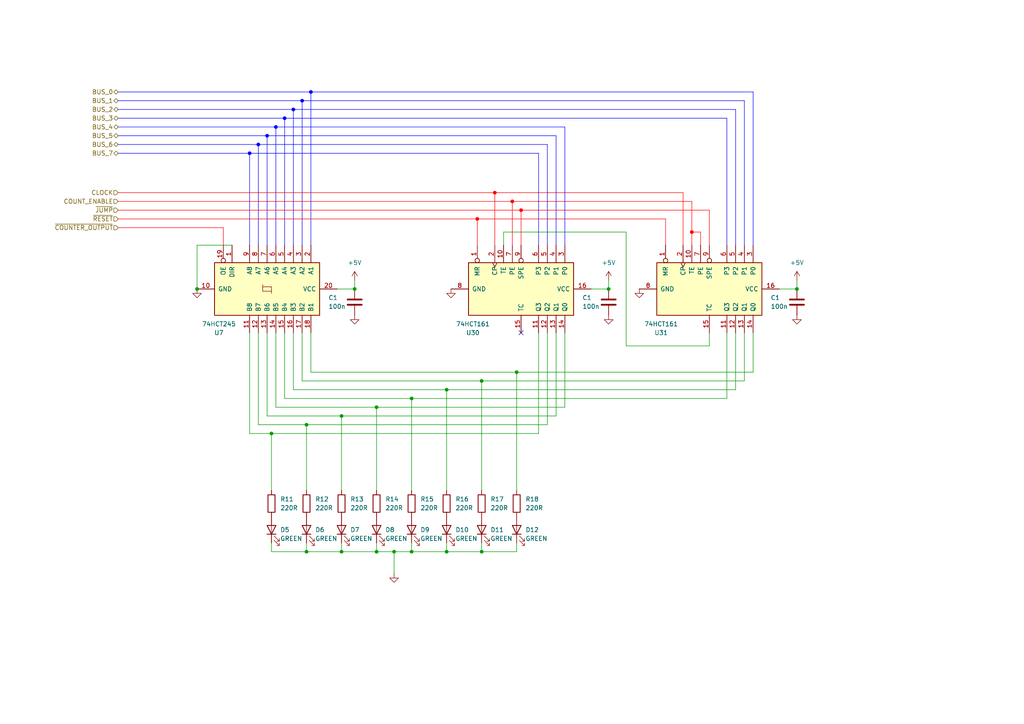
<source format=kicad_sch>
(kicad_sch (version 20230121) (generator eeschema)
  (paper "A4")
  (title_block (title "8-bit CPU") (date "2023-11-28") (rev "1.0") (company "TBR Designs"))
  (lib_symbols
    (symbol "01_my_library:74HCT161" (pin_names (offset 1.016))
      (property "Reference" "U" (at -7.62 16.51 0))
      (property "Value" "74HCT161" (at -6.35 -16.51 0))
      (symbol "74HCT161_1_0"
        (pin input inverted (at -12.7 -12.7 0) (length 5.08) (name "MR") (number "1"))
        (pin input line (at -12.7 -5.08 0) (length 5.08) (name "TE") (number "10"))
        (pin output line (at 12.7 5.08 180) (length 5.08) (name "Q3") (number "11"))
        (pin output line (at 12.7 7.62 180) (length 5.08) (name "Q2") (number "12"))
        (pin output line (at 12.7 10.16 180) (length 5.08) (name "Q1") (number "13"))
        (pin output line (at 12.7 12.7 180) (length 5.08) (name "Q0") (number "14"))
        (pin output line (at 12.7 0 180) (length 5.08) (name "TC") (number "15"))
        (pin power_in line (at 0 20.32 270) (length 5.08) (name "VCC") (number "16"))
        (pin input clock (at -12.7 -7.62 0) (length 5.08) (name "CP") (number "2"))
        (pin input line (at -12.7 12.7 0) (length 5.08) (name "P0") (number "3"))
        (pin input line (at -12.7 10.16 0) (length 5.08) (name "P1") (number "4"))
        (pin input line (at -12.7 7.62 0) (length 5.08) (name "P2") (number "5"))
        (pin input line (at -12.7 5.08 0) (length 5.08) (name "P3") (number "6"))
        (pin input line (at -12.7 -2.54 0) (length 5.08) (name "PE") (number "7"))
        (pin power_in line (at 0 -20.32 90) (length 5.08) (name "GND") (number "8"))
        (pin input inverted (at -12.7 0 0) (length 5.08) (name "SPE") (number "9"))
      )
      (symbol "74HCT161_1_1"
        (rectangle (start -7.62 15.24) (end 7.62 -15.24) (stroke (width 0.254)) (fill (type background)))
      )
    )
    (symbol "01_my_library:74HCT245" (pin_names (offset 1.016))
      (property "Reference" "U" (at -7.62 16.51 0))
      (property "Value" "74HCT245" (at -7.62 -17.78 0))
      (symbol "74HCT245_1_0"
        (polyline (pts (xy -0.635 -1.27) (xy -0.635 1.27) (xy 0.635 1.27)))
        (polyline (pts (xy -1.27 -1.27) (xy 0.635 -1.27) (xy 0.635 1.27) (xy 1.27 1.27)))
        (pin input line (at -12.7 -10.16 0) (length 5.08) (name "DIR") (number "1"))
        (pin power_in line (at 0 -20.32 90) (length 5.08) (name "GND") (number "10"))
        (pin tri_state line (at 12.7 -5.08 180) (length 5.08) (name "B8") (number "11"))
        (pin tri_state line (at 12.7 -2.54 180) (length 5.08) (name "B7") (number "12"))
        (pin tri_state line (at 12.7 0 180) (length 5.08) (name "B6") (number "13"))
        (pin tri_state line (at 12.7 2.54 180) (length 5.08) (name "B5") (number "14"))
        (pin tri_state line (at 12.7 5.08 180) (length 5.08) (name "B4") (number "15"))
        (pin tri_state line (at 12.7 7.62 180) (length 5.08) (name "B3") (number "16"))
        (pin tri_state line (at 12.7 10.16 180) (length 5.08) (name "B2") (number "17"))
        (pin tri_state line (at 12.7 12.7 180) (length 5.08) (name "B1") (number "18"))
        (pin input inverted (at -12.7 -12.7 0) (length 5.08) (name "OE") (number "19"))
        (pin tri_state line (at -12.7 12.7 0) (length 5.08) (name "A1") (number "2"))
        (pin power_in line (at 0 20.32 270) (length 5.08) (name "VCC") (number "20"))
        (pin tri_state line (at -12.7 10.16 0) (length 5.08) (name "A2") (number "3"))
        (pin tri_state line (at -12.7 7.62 0) (length 5.08) (name "A3") (number "4"))
        (pin tri_state line (at -12.7 5.08 0) (length 5.08) (name "A4") (number "5"))
        (pin tri_state line (at -12.7 2.54 0) (length 5.08) (name "A5") (number "6"))
        (pin tri_state line (at -12.7 0 0) (length 5.08) (name "A6") (number "7"))
        (pin tri_state line (at -12.7 -2.54 0) (length 5.08) (name "A7") (number "8"))
        (pin tri_state line (at -12.7 -5.08 0) (length 5.08) (name "A8") (number "9"))
      )
      (symbol "74HCT245_1_1"
        (rectangle (start -7.62 15.24) (end 7.62 -15.24) (stroke (width 0.254)) (fill (type background)))
      )
    )
    (symbol "Device:C" (pin_numbers hide) (pin_names (offset 0.254))
      (property "Reference" "C" (at 0.635 2.54 0))
      (property "Value" "C" (at 0.635 -2.54 0))
      (symbol "C_0_1"
        (polyline (pts (xy -2.032 -0.762) (xy 2.032 -0.762)) (stroke (width 0.508)))
        (polyline (pts (xy -2.032 0.762) (xy 2.032 0.762)) (stroke (width 0.508)))
      )
      (symbol "C_1_1"
        (pin passive line (at 0 3.81 270) (length 2.794) (name "~") (number "1"))
        (pin passive line (at 0 -3.81 90) (length 2.794) (name "~") (number "2"))
      )
    )
    (symbol "Device:LED" (pin_numbers hide) (pin_names (offset 1.016) hide)
      (property "Reference" "D" (at 0 2.54 0))
      (property "Value" "LED" (at 0 -2.54 0))
      (symbol "LED_0_1"
        (polyline (pts (xy -1.27 -1.27) (xy -1.27 1.27)) (stroke (width 0.254)))
        (polyline (pts (xy -1.27 0) (xy 1.27 0)))
        (polyline (pts (xy 1.27 -1.27) (xy 1.27 1.27) (xy -1.27 0) (xy 1.27 -1.27)) (stroke (width 0.254)))
        (polyline (pts (xy -3.048 -0.762) (xy -4.572 -2.286) (xy -3.81 -2.286) (xy -4.572 -2.286) (xy -4.572 -1.524)))
        (polyline (pts (xy -1.778 -0.762) (xy -3.302 -2.286) (xy -2.54 -2.286) (xy -3.302 -2.286) (xy -3.302 -1.524)))
      )
      (symbol "LED_1_1"
        (pin passive line (at -3.81 0 0) (length 2.54) (name "K") (number "1"))
        (pin passive line (at 3.81 0 180) (length 2.54) (name "A") (number "2"))
      )
    )
    (symbol "Device:R" (pin_numbers hide) (pin_names (offset 0))
      (property "Reference" "R" (at 2.032 0 90))
      (property "Value" "R" (at 0 0 90))
      (symbol "R_0_1"
        (rectangle (start -1.016 -2.54) (end 1.016 2.54) (stroke (width 0.254)))
      )
      (symbol "R_1_1"
        (pin passive line (at 0 3.81 270) (length 1.27) (name "~") (number "1"))
        (pin passive line (at 0 -3.81 90) (length 1.27) (name "~") (number "2"))
      )
    )
    (symbol "power:+5V" (power) (pin_names (offset 0))
      (property "Value" "+5V" (at 0 3.556 0))
      (symbol "+5V_0_1"
        (polyline (pts (xy -0.762 1.27) (xy 0 2.54)))
        (polyline (pts (xy 0 0) (xy 0 2.54)))
        (polyline (pts (xy 0 2.54) (xy 0.762 1.27)))
      )
      (symbol "+5V_1_1"
        (pin power_in line (at 0 0 90) (length 0) hide (name "+5V") (number "1"))
      )
    )
    (symbol "power:GND" (power) (pin_names (offset 0))
      (property "Value" "GND" (at 0 -3.81 0))
      (symbol "GND_0_1"
        (polyline (pts (xy 0 0) (xy 0 -1.27) (xy 1.27 -1.27) (xy 0 -2.54) (xy -1.27 -1.27) (xy 0 -1.27)))
      )
      (symbol "GND_1_1"
        (pin power_in line (at 0 0 270) (length 0) hide (name "GND") (number "1"))
      )
    )
  )
  (junction (at 88.9 160.02))
  (junction (at 138.43 63.5) (color 255 0 0 1))
  (junction (at 90.17 26.67) (color 0 0 255 1))
  (junction (at 143.51 55.88) (color 255 0 0 1))
  (junction (at 72.39 44.45) (color 0 0 255 1))
  (junction (at 231.14 83.82))
  (junction (at 148.59 58.42) (color 255 0 0 1))
  (junction (at 99.06 160.02))
  (junction (at 82.55 34.29) (color 0 0 255 1))
  (junction (at 99.06 120.65))
  (junction (at 129.54 113.03))
  (junction (at 119.38 160.02))
  (junction (at 77.47 39.37) (color 0 0 255 1))
  (junction (at 88.9 123.19))
  (junction (at 109.22 118.11))
  (junction (at 80.01 36.83) (color 0 0 255 1))
  (junction (at 200.66 67.31) (color 255 0 0 1))
  (junction (at 74.93 41.91) (color 0 0 255 1))
  (junction (at 151.13 60.96) (color 255 0 0 1))
  (junction (at 57.15 83.82))
  (junction (at 78.74 125.73))
  (junction (at 102.87 83.82))
  (junction (at 85.09 31.75) (color 0 0 255 1))
  (junction (at 176.53 83.82))
  (junction (at 139.7 110.49))
  (junction (at 119.38 115.57))
  (junction (at 139.7 160.02))
  (junction (at 129.54 160.02))
  (junction (at 109.22 160.02))
  (junction (at 114.3 160.02))
  (junction (at 87.63 29.21) (color 0 0 255 1))
  (junction (at 149.86 107.95))
  (no_connect (at 151.13 96.52))
  (wire (pts (xy 231.14 81.28) (xy 231.14 83.82)))
  (wire (pts (xy 34.29 36.83) (xy 80.01 36.83)) (stroke (width 0) (color 0 0 255 1)))
  (wire (pts (xy 129.54 113.03) (xy 213.36 113.03)))
  (wire (pts (xy 82.55 96.52) (xy 82.55 115.57)))
  (wire (pts (xy 213.36 31.75) (xy 85.09 31.75)) (stroke (width 0) (color 0 0 255 1)))
  (wire (pts (xy 138.43 63.5) (xy 138.43 71.12)) (stroke (width 0) (color 255 0 0 1)))
  (wire (pts (xy 215.9 71.12) (xy 215.9 29.21)) (stroke (width 0) (color 0 0 255 1)))
  (wire (pts (xy 34.29 39.37) (xy 77.47 39.37)) (stroke (width 0) (color 0 0 255 1)))
  (wire (pts (xy 90.17 107.95) (xy 149.86 107.95)))
  (wire (pts (xy 109.22 118.11) (xy 109.22 142.24)))
  (wire (pts (xy 114.3 160.02) (xy 119.38 160.02)))
  (wire (pts (xy 77.47 39.37) (xy 77.47 71.12)) (stroke (width 0) (color 0 0 255 1)))
  (wire (pts (xy 158.75 71.12) (xy 158.75 41.91)) (stroke (width 0) (color 0 0 255 1)))
  (wire (pts (xy 88.9 160.02) (xy 88.9 157.48)))
  (wire (pts (xy 198.12 71.12) (xy 198.12 55.88)) (stroke (width 0) (color 255 0 0 1)))
  (wire (pts (xy 78.74 125.73) (xy 72.39 125.73)))
  (wire (pts (xy 85.09 96.52) (xy 85.09 113.03)))
  (wire (pts (xy 139.7 110.49) (xy 215.9 110.49)))
  (wire (pts (xy 200.66 67.31) (xy 200.66 71.12)) (stroke (width 0) (color 255 0 0 1)))
  (wire (pts (xy 161.29 39.37) (xy 77.47 39.37)) (stroke (width 0) (color 0 0 255 1)))
  (wire (pts (xy 64.77 66.04) (xy 64.77 71.12)) (stroke (width 0) (color 255 0 0 1)))
  (wire (pts (xy 205.74 60.96) (xy 151.13 60.96)) (stroke (width 0) (color 255 0 0 1)))
  (wire (pts (xy 34.29 31.75) (xy 85.09 31.75)) (stroke (width 0) (color 0 0 255 1)))
  (wire (pts (xy 181.61 67.31) (xy 181.61 100.33)))
  (wire (pts (xy 193.04 71.12) (xy 193.04 63.5)) (stroke (width 0) (color 255 0 0 1)))
  (wire (pts (xy 82.55 115.57) (xy 119.38 115.57)))
  (wire (pts (xy 87.63 110.49) (xy 139.7 110.49)))
  (wire (pts (xy 205.74 100.33) (xy 205.74 96.52)))
  (wire (pts (xy 139.7 160.02) (xy 139.7 157.48)))
  (wire (pts (xy 171.45 83.82) (xy 176.53 83.82)))
  (wire (pts (xy 114.3 166.37) (xy 114.3 160.02)))
  (wire (pts (xy 215.9 96.52) (xy 215.9 110.49)))
  (wire (pts (xy 203.2 67.31) (xy 200.66 67.31)) (stroke (width 0) (color 255 0 0 1)))
  (wire (pts (xy 151.13 60.96) (xy 34.29 60.96)) (stroke (width 0) (color 255 0 0 1)))
  (wire (pts (xy 213.36 71.12) (xy 213.36 31.75)) (stroke (width 0) (color 0 0 255 1)))
  (wire (pts (xy 102.87 81.28) (xy 102.87 83.82)))
  (wire (pts (xy 87.63 110.49) (xy 87.63 96.52)))
  (wire (pts (xy 200.66 67.31) (xy 200.66 58.42)) (stroke (width 0) (color 255 0 0 1)))
  (wire (pts (xy 198.12 55.88) (xy 143.51 55.88)) (stroke (width 0) (color 255 0 0 1)))
  (wire (pts (xy 181.61 100.33) (xy 205.74 100.33)))
  (wire (pts (xy 82.55 34.29) (xy 82.55 71.12)) (stroke (width 0) (color 0 0 255 1)))
  (wire (pts (xy 156.21 96.52) (xy 156.21 125.73)))
  (wire (pts (xy 163.83 96.52) (xy 163.83 118.11)))
  (wire (pts (xy 163.83 36.83) (xy 80.01 36.83)) (stroke (width 0) (color 0 0 255 1)))
  (wire (pts (xy 193.04 63.5) (xy 138.43 63.5)) (stroke (width 0) (color 255 0 0 1)))
  (wire (pts (xy 176.53 81.28) (xy 176.53 83.82)))
  (wire (pts (xy 77.47 120.65) (xy 77.47 96.52)))
  (wire (pts (xy 109.22 118.11) (xy 163.83 118.11)))
  (wire (pts (xy 87.63 29.21) (xy 87.63 71.12)) (stroke (width 0) (color 0 0 255 1)))
  (wire (pts (xy 57.15 71.12) (xy 57.15 83.82)))
  (wire (pts (xy 149.86 107.95) (xy 149.86 142.24)))
  (wire (pts (xy 88.9 123.19) (xy 158.75 123.19)))
  (wire (pts (xy 90.17 26.67) (xy 90.17 71.12)) (stroke (width 0) (color 0 0 255 1)))
  (wire (pts (xy 78.74 160.02) (xy 78.74 157.48)))
  (wire (pts (xy 109.22 160.02) (xy 109.22 157.48)))
  (wire (pts (xy 129.54 160.02) (xy 139.7 160.02)))
  (wire (pts (xy 210.82 34.29) (xy 82.55 34.29)) (stroke (width 0) (color 0 0 255 1)))
  (wire (pts (xy 74.93 41.91) (xy 74.93 71.12)) (stroke (width 0) (color 0 0 255 1)))
  (wire (pts (xy 119.38 160.02) (xy 129.54 160.02)))
  (wire (pts (xy 88.9 123.19) (xy 88.9 142.24)))
  (wire (pts (xy 80.01 118.11) (xy 109.22 118.11)))
  (wire (pts (xy 34.29 26.67) (xy 90.17 26.67)) (stroke (width 0) (color 0 0 255 1)))
  (wire (pts (xy 119.38 115.57) (xy 119.38 142.24)))
  (wire (pts (xy 139.7 160.02) (xy 149.86 160.02)))
  (wire (pts (xy 57.15 71.12) (xy 67.31 71.12)))
  (wire (pts (xy 143.51 55.88) (xy 143.51 71.12)) (stroke (width 0) (color 255 0 0 1)))
  (wire (pts (xy 161.29 71.12) (xy 161.29 39.37)) (stroke (width 0) (color 0 0 255 1)))
  (wire (pts (xy 78.74 125.73) (xy 156.21 125.73)))
  (wire (pts (xy 203.2 71.12) (xy 203.2 67.31)) (stroke (width 0) (color 255 0 0 1)))
  (wire (pts (xy 213.36 113.03) (xy 213.36 96.52)))
  (wire (pts (xy 90.17 96.52) (xy 90.17 107.95)))
  (wire (pts (xy 205.74 71.12) (xy 205.74 60.96)) (stroke (width 0) (color 255 0 0 1)))
  (wire (pts (xy 99.06 120.65) (xy 99.06 142.24)))
  (wire (pts (xy 156.21 44.45) (xy 72.39 44.45)) (stroke (width 0) (color 0 0 255 1)))
  (wire (pts (xy 151.13 71.12) (xy 151.13 60.96)) (stroke (width 0) (color 255 0 0 1)))
  (wire (pts (xy 119.38 160.02) (xy 119.38 157.48)))
  (wire (pts (xy 215.9 29.21) (xy 87.63 29.21)) (stroke (width 0) (color 0 0 255 1)))
  (wire (pts (xy 149.86 107.95) (xy 218.44 107.95)))
  (wire (pts (xy 34.29 41.91) (xy 74.93 41.91)) (stroke (width 0) (color 0 0 255 1)))
  (wire (pts (xy 129.54 113.03) (xy 129.54 142.24)))
  (wire (pts (xy 97.79 83.82) (xy 102.87 83.82)))
  (wire (pts (xy 85.09 31.75) (xy 85.09 71.12)) (stroke (width 0) (color 0 0 255 1)))
  (wire (pts (xy 146.05 71.12) (xy 146.05 67.31)))
  (wire (pts (xy 210.82 71.12) (xy 210.82 34.29)) (stroke (width 0) (color 0 0 255 1)))
  (wire (pts (xy 72.39 44.45) (xy 72.39 71.12)) (stroke (width 0) (color 0 0 255 1)))
  (wire (pts (xy 109.22 160.02) (xy 114.3 160.02)))
  (wire (pts (xy 218.44 26.67) (xy 90.17 26.67)) (stroke (width 0) (color 0 0 255 1)))
  (wire (pts (xy 80.01 118.11) (xy 80.01 96.52)))
  (wire (pts (xy 148.59 58.42) (xy 148.59 71.12)) (stroke (width 0) (color 255 0 0 1)))
  (wire (pts (xy 149.86 160.02) (xy 149.86 157.48)))
  (wire (pts (xy 85.09 113.03) (xy 129.54 113.03)))
  (wire (pts (xy 163.83 71.12) (xy 163.83 36.83)) (stroke (width 0) (color 0 0 255 1)))
  (wire (pts (xy 34.29 63.5) (xy 138.43 63.5)) (stroke (width 0) (color 255 0 0 1)))
  (wire (pts (xy 119.38 115.57) (xy 210.82 115.57)))
  (wire (pts (xy 161.29 96.52) (xy 161.29 120.65)))
  (wire (pts (xy 88.9 160.02) (xy 99.06 160.02)))
  (wire (pts (xy 34.29 55.88) (xy 143.51 55.88)) (stroke (width 0) (color 255 0 0 1)))
  (wire (pts (xy 158.75 96.52) (xy 158.75 123.19)))
  (wire (pts (xy 78.74 125.73) (xy 78.74 142.24)))
  (wire (pts (xy 139.7 110.49) (xy 139.7 142.24)))
  (wire (pts (xy 148.59 58.42) (xy 200.66 58.42)) (stroke (width 0) (color 255 0 0 1)))
  (wire (pts (xy 78.74 160.02) (xy 88.9 160.02)))
  (wire (pts (xy 99.06 120.65) (xy 161.29 120.65)))
  (wire (pts (xy 99.06 160.02) (xy 109.22 160.02)))
  (wire (pts (xy 158.75 41.91) (xy 74.93 41.91)) (stroke (width 0) (color 0 0 255 1)))
  (wire (pts (xy 226.06 83.82) (xy 231.14 83.82)))
  (wire (pts (xy 146.05 67.31) (xy 181.61 67.31)))
  (wire (pts (xy 156.21 71.12) (xy 156.21 44.45)) (stroke (width 0) (color 0 0 255 1)))
  (wire (pts (xy 77.47 120.65) (xy 99.06 120.65)))
  (wire (pts (xy 34.29 34.29) (xy 82.55 34.29)) (stroke (width 0) (color 0 0 255 1)))
  (wire (pts (xy 74.93 123.19) (xy 74.93 96.52)))
  (wire (pts (xy 210.82 115.57) (xy 210.82 96.52)))
  (wire (pts (xy 34.29 44.45) (xy 72.39 44.45)) (stroke (width 0) (color 0 0 255 1)))
  (wire (pts (xy 74.93 123.19) (xy 88.9 123.19)))
  (wire (pts (xy 34.29 29.21) (xy 87.63 29.21)) (stroke (width 0) (color 0 0 255 1)))
  (wire (pts (xy 34.29 58.42) (xy 148.59 58.42)) (stroke (width 0) (color 255 0 0 1)))
  (wire (pts (xy 99.06 160.02) (xy 99.06 157.48)))
  (wire (pts (xy 218.44 107.95) (xy 218.44 96.52)))
  (wire (pts (xy 72.39 125.73) (xy 72.39 96.52)))
  (wire (pts (xy 129.54 160.02) (xy 129.54 157.48)))
  (wire (pts (xy 34.29 66.04) (xy 64.77 66.04)) (stroke (width 0) (color 255 0 0 1)))
  (wire (pts (xy 218.44 71.12) (xy 218.44 26.67)) (stroke (width 0) (color 0 0 255 1)))
  (wire (pts (xy 80.01 36.83) (xy 80.01 71.12)) (stroke (width 0) (color 0 0 255 1)))
  (hierarchical_label "BUS_6" (shape bidirectional) (at 34.29 41.91 180))
  (hierarchical_label "BUS_4" (shape bidirectional) (at 34.29 36.83 180))
  (hierarchical_label "BUS_1" (shape bidirectional) (at 34.29 29.21 180))
  (hierarchical_label "COUNT_ENABLE" (shape input) (at 34.29 58.42 180))
  (hierarchical_label "BUS_2" (shape bidirectional) (at 34.29 31.75 180))
  (hierarchical_label "~{RESET}" (shape input) (at 34.29 63.5 180))
  (hierarchical_label "~{JUMP}" (shape input) (at 34.29 60.96 180))
  (hierarchical_label "BUS_3" (shape bidirectional) (at 34.29 34.29 180))
  (hierarchical_label "~{COUNTER_OUTPUT}" (shape input) (at 34.29 66.04 180))
  (hierarchical_label "CLOCK" (shape input) (at 34.29 55.88 180))
  (hierarchical_label "BUS_0" (shape bidirectional) (at 34.29 26.67 180))
  (hierarchical_label "BUS_5" (shape bidirectional) (at 34.29 39.37 180))
  (hierarchical_label "BUS_7" (shape bidirectional) (at 34.29 44.45 180))
  (symbol (lib_id "Device:R") (at 78.74 146.05 0) (unit 1)
    (property "Reference" "R11" (at 81.28 144.78 0) (effects (justify left)))
    (property "Value" "220R" (at 81.28 147.32 0) (effects (justify left)))
    (property "Footprint" "Resistor_THT:R_Axial_DIN0204_L3.6mm_D1.6mm_P7.62mm_Horizontal" (effects hide))
    (instances (project "8-bit-cpu" (path "" (reference "R11") (unit 1)) (path "" (reference "R19") (unit 1)) (path "" (reference "R43") (unit 1)) (path "" (reference "R88") (unit 1))))
  )
  (symbol (lib_id "01_my_library:74HCT161") (at 151.13 83.82 270) (unit 1)
    (property "Reference" "U30" (at 137.16 96.52 90))
    (property "Value" "74HCT161" (at 137.16 93.98 90))
    (property "Footprint" "Package_DIP:DIP-16_W7.62mm" (effects hide))
    (property "Datasheet" "https://www.ti.com/lit/ds/symlink/cd54hct163.pdf?HQS=dis-mous-null-mousermode-dsf-pf-null-wwe&ts=1702794645288&ref_url=https%253A%252F%252Fwww.mouser.be%252F" (effects hide))
  )
  (symbol (lib_id "power:GND") (at 114.3 166.37 0) (unit 1)
    (property "Reference" "#PWR045" (effects hide))
    (property "Value" "GND" (effects hide))
    (instances (project "8-bit-cpu" (path "" (reference "#PWR045") (unit 1)) (path "" (reference "#PWR051") (unit 1)) (path "" (reference "#PWR074") (unit 1)) (path "" (reference "#PWR0137") (unit 1))))
  )
  (symbol (lib_id "power:+5V") (at 176.53 81.28 0) (unit 1)
    (property "Reference" "#PWR040" (effects hide))
    (property "Value" "+5V" (at 176.53 76.2 0))
    (instances (project "8-bit-cpu" (path "" (reference "#PWR040") (unit 1)) (path "" (reference "#PWR046") (unit 1)) (path "" (reference "#PWR061") (unit 1)) (path "" (reference "#PWR0129") (unit 1))))
  )
  (symbol (lib_id "power:+5V") (at 231.14 81.28 0) (unit 1)
    (property "Reference" "#PWR040" (effects hide))
    (property "Value" "+5V" (at 231.14 76.2 0))
    (instances (project "8-bit-cpu" (path "" (reference "#PWR040") (unit 1)) (path "" (reference "#PWR046") (unit 1)) (path "" (reference "#PWR061") (unit 1)) (path "" (reference "#PWR0130") (unit 1))))
  )
  (symbol (lib_id "Device:C") (at 231.14 87.63 0) (unit 1)
    (property "Reference" "C1" (at 223.52 86.36 0) (effects (justify left)))
    (property "Value" "100n" (at 223.52 88.9 0) (effects (justify left)))
    (property "Footprint" "01_my_library:C_Disc_D4.0mm_W2.6mm_P2.50mm" (effects hide))
    (instances (project "8-bit-cpu" (path "" (reference "C1") (unit 1)) (path "" (reference "C12") (unit 1)) (path "" (reference "C15") (unit 1)) (path "" (reference "C20") (unit 1)) (path "" (reference "C39") (unit 1))))
  )
  (symbol (lib_id "Device:C") (at 102.87 87.63 0) (unit 1)
    (property "Reference" "C1" (at 95.25 86.36 0) (effects (justify left)))
    (property "Value" "100n" (at 95.25 88.9 0) (effects (justify left)))
    (property "Footprint" "01_my_library:C_Disc_D4.0mm_W2.6mm_P2.50mm" (effects hide))
    (instances (project "8-bit-cpu" (path "" (reference "C1") (unit 1)) (path "" (reference "C12") (unit 1)) (path "" (reference "C15") (unit 1)) (path "" (reference "C20") (unit 1)) (path "" (reference "C37") (unit 1))))
  )
  (symbol (lib_id "Device:C") (at 176.53 87.63 0) (unit 1)
    (property "Reference" "C1" (at 168.91 86.36 0) (effects (justify left)))
    (property "Value" "100n" (at 168.91 88.9 0) (effects (justify left)))
    (property "Footprint" "01_my_library:C_Disc_D4.0mm_W2.6mm_P2.50mm" (effects hide))
    (instances (project "8-bit-cpu" (path "" (reference "C1") (unit 1)) (path "" (reference "C12") (unit 1)) (path "" (reference "C15") (unit 1)) (path "" (reference "C20") (unit 1)) (path "" (reference "C38") (unit 1))))
  )
  (symbol (lib_id "power:GND") (at 176.53 91.44 0) (unit 1)
    (property "Reference" "#PWR03" (effects hide))
    (property "Value" "GND" (effects hide))
    (instances (project "8-bit-cpu" (path "" (reference "#PWR03") (unit 1)) (path "" (reference "#PWR039") (unit 1)) (path "" (reference "#PWR047") (unit 1)) (path "" (reference "#PWR067") (unit 1)) (path "" (reference "#PWR0135") (unit 1))))
  )
  (symbol (lib_id "Device:R") (at 99.06 146.05 0) (unit 1)
    (property "Reference" "R13" (at 101.6 144.78 0) (effects (justify left)))
    (property "Value" "220R" (at 101.6 147.32 0) (effects (justify left)))
    (property "Footprint" "Resistor_THT:R_Axial_DIN0204_L3.6mm_D1.6mm_P7.62mm_Horizontal" (effects hide))
    (instances (project "8-bit-cpu" (path "" (reference "R13") (unit 1)) (path "" (reference "R21") (unit 1)) (path "" (reference "R45") (unit 1)) (path "" (reference "R90") (unit 1))))
  )
  (symbol (lib_id "Device:LED") (at 139.7 153.67 90) (unit 1)
    (property "Reference" "D11" (at 142.24 153.67 90) (effects (justify right)))
    (property "Value" "GREEN" (at 142.24 156.21 90) (effects (justify right)))
    (property "Footprint" "LED_THT:LED_D5.0mm" (effects hide))
    (instances (project "8-bit-cpu" (path "" (reference "D11") (unit 1)) (path "" (reference "D19") (unit 1)) (path "" (reference "D35") (unit 1)) (path "" (reference "D62") (unit 1))))
  )
  (symbol (lib_id "Device:LED") (at 88.9 153.67 90) (unit 1)
    (property "Reference" "D6" (at 91.44 153.67 90) (effects (justify right)))
    (property "Value" "GREEN" (at 91.44 156.21 90) (effects (justify right)))
    (property "Footprint" "LED_THT:LED_D5.0mm" (effects hide))
    (instances (project "8-bit-cpu" (path "" (reference "D6") (unit 1)) (path "" (reference "D14") (unit 1)) (path "" (reference "D30") (unit 1)) (path "" (reference "D57") (unit 1))))
  )
  (symbol (lib_id "power:GND") (at 57.15 83.82 0) (unit 1)
    (property "Reference" "#PWR0131" (effects hide))
    (property "Value" "GND" (effects hide))
  )
  (symbol (lib_id "Device:LED") (at 99.06 153.67 90) (unit 1)
    (property "Reference" "D7" (at 101.6 153.67 90) (effects (justify right)))
    (property "Value" "GREEN" (at 101.6 156.21 90) (effects (justify right)))
    (property "Footprint" "LED_THT:LED_D5.0mm" (effects hide))
    (instances (project "8-bit-cpu" (path "" (reference "D7") (unit 1)) (path "" (reference "D15") (unit 1)) (path "" (reference "D31") (unit 1)) (path "" (reference "D58") (unit 1))))
  )
  (symbol (lib_id "01_my_library:74HCT161") (at 205.74 83.82 270) (unit 1)
    (property "Reference" "U31" (at 191.77 96.52 90))
    (property "Value" "74HCT161" (at 191.77 93.98 90))
    (property "Footprint" "Package_DIP:DIP-16_W7.62mm" (effects hide))
    (property "Datasheet" "https://www.ti.com/lit/ds/symlink/cd54hct163.pdf?HQS=dis-mous-null-mousermode-dsf-pf-null-wwe&ts=1702794645288&ref_url=https%253A%252F%252Fwww.mouser.be%252F" (effects hide))
  )
  (symbol (lib_id "power:GND") (at 231.14 91.44 0) (unit 1)
    (property "Reference" "#PWR03" (effects hide))
    (property "Value" "GND" (effects hide))
    (instances (project "8-bit-cpu" (path "" (reference "#PWR03") (unit 1)) (path "" (reference "#PWR039") (unit 1)) (path "" (reference "#PWR047") (unit 1)) (path "" (reference "#PWR067") (unit 1)) (path "" (reference "#PWR0136") (unit 1))))
  )
  (symbol (lib_id "Device:LED") (at 129.54 153.67 90) (unit 1)
    (property "Reference" "D10" (at 132.08 153.67 90) (effects (justify right)))
    (property "Value" "GREEN" (at 132.08 156.21 90) (effects (justify right)))
    (property "Footprint" "LED_THT:LED_D5.0mm" (effects hide))
    (instances (project "8-bit-cpu" (path "" (reference "D10") (unit 1)) (path "" (reference "D18") (unit 1)) (path "" (reference "D34") (unit 1)) (path "" (reference "D61") (unit 1))))
  )
  (symbol (lib_id "power:+5V") (at 102.87 81.28 0) (unit 1)
    (property "Reference" "#PWR040" (effects hide))
    (property "Value" "+5V" (at 102.87 76.2 0))
    (instances (project "8-bit-cpu" (path "" (reference "#PWR040") (unit 1)) (path "" (reference "#PWR046") (unit 1)) (path "" (reference "#PWR061") (unit 1)) (path "" (reference "#PWR0128") (unit 1))))
  )
  (symbol (lib_id "Device:R") (at 88.9 146.05 0) (unit 1)
    (property "Reference" "R12" (at 91.44 144.78 0) (effects (justify left)))
    (property "Value" "220R" (at 91.44 147.32 0) (effects (justify left)))
    (property "Footprint" "Resistor_THT:R_Axial_DIN0204_L3.6mm_D1.6mm_P7.62mm_Horizontal" (effects hide))
    (instances (project "8-bit-cpu" (path "" (reference "R12") (unit 1)) (path "" (reference "R20") (unit 1)) (path "" (reference "R44") (unit 1)) (path "" (reference "R89") (unit 1))))
  )
  (symbol (lib_id "Device:LED") (at 149.86 153.67 90) (unit 1)
    (property "Reference" "D12" (at 152.4 153.67 90) (effects (justify right)))
    (property "Value" "GREEN" (at 152.4 156.21 90) (effects (justify right)))
    (property "Footprint" "LED_THT:LED_D5.0mm" (effects hide))
    (instances (project "8-bit-cpu" (path "" (reference "D12") (unit 1)) (path "" (reference "D20") (unit 1)) (path "" (reference "D36") (unit 1)) (path "" (reference "D63") (unit 1))))
  )
  (symbol (lib_id "Device:LED") (at 109.22 153.67 90) (unit 1)
    (property "Reference" "D8" (at 111.76 153.67 90) (effects (justify right)))
    (property "Value" "GREEN" (at 111.76 156.21 90) (effects (justify right)))
    (property "Footprint" "LED_THT:LED_D5.0mm" (effects hide))
    (instances (project "8-bit-cpu" (path "" (reference "D8") (unit 1)) (path "" (reference "D16") (unit 1)) (path "" (reference "D32") (unit 1)) (path "" (reference "D59") (unit 1))))
  )
  (symbol (lib_id "Device:LED") (at 119.38 153.67 90) (unit 1)
    (property "Reference" "D9" (at 121.92 153.67 90) (effects (justify right)))
    (property "Value" "GREEN" (at 121.92 156.21 90) (effects (justify right)))
    (property "Footprint" "LED_THT:LED_D5.0mm" (effects hide))
    (instances (project "8-bit-cpu" (path "" (reference "D9") (unit 1)) (path "" (reference "D17") (unit 1)) (path "" (reference "D33") (unit 1)) (path "" (reference "D60") (unit 1))))
  )
  (symbol (lib_id "Device:R") (at 149.86 146.05 0) (unit 1)
    (property "Reference" "R18" (at 152.4 144.78 0) (effects (justify left)))
    (property "Value" "220R" (at 152.4 147.32 0) (effects (justify left)))
    (property "Footprint" "Resistor_THT:R_Axial_DIN0204_L3.6mm_D1.6mm_P7.62mm_Horizontal" (effects hide))
    (instances (project "8-bit-cpu" (path "" (reference "R18") (unit 1)) (path "" (reference "R26") (unit 1)) (path "" (reference "R50") (unit 1)) (path "" (reference "R95") (unit 1))))
  )
  (symbol (lib_id "01_my_library:74HCT245") (at 77.47 83.82 270) (unit 1)
    (property "Reference" "U7" (at 63.5 96.52 90))
    (property "Value" "74HCT245" (at 63.5 93.98 90))
    (property "Footprint" "Package_DIP:DIP-20_W7.62mm" (effects hide))
    (property "Datasheet" "https://www.ti.com/lit/ds/symlink/sn74hct245.pdf?ts=1702763405638&ref_url=https%253A%252F%252Fwww.google.com%252F" (effects hide))
    (instances (project "8-bit-cpu" (path "" (reference "U7") (unit 1)) (path "" (reference "U10") (unit 1)) (path "" (reference "U13") (unit 1)) (path "" (reference "U29") (unit 1))))
  )
  (symbol (lib_id "power:GND") (at 130.81 83.82 0) (unit 1)
    (property "Reference" "#PWR0132" (effects hide))
    (property "Value" "GND" (effects hide))
  )
  (symbol (lib_id "Device:R") (at 129.54 146.05 0) (unit 1)
    (property "Reference" "R16" (at 132.08 144.78 0) (effects (justify left)))
    (property "Value" "220R" (at 132.08 147.32 0) (effects (justify left)))
    (property "Footprint" "Resistor_THT:R_Axial_DIN0204_L3.6mm_D1.6mm_P7.62mm_Horizontal" (effects hide))
    (instances (project "8-bit-cpu" (path "" (reference "R16") (unit 1)) (path "" (reference "R24") (unit 1)) (path "" (reference "R48") (unit 1)) (path "" (reference "R93") (unit 1))))
  )
  (symbol (lib_id "Device:LED") (at 78.74 153.67 90) (unit 1)
    (property "Reference" "D5" (at 81.28 153.67 90) (effects (justify right)))
    (property "Value" "GREEN" (at 81.28 156.21 90) (effects (justify right)))
    (property "Footprint" "LED_THT:LED_D5.0mm" (effects hide))
    (instances (project "8-bit-cpu" (path "" (reference "D5") (unit 1)) (path "" (reference "D13") (unit 1)) (path "" (reference "D29") (unit 1)) (path "" (reference "D56") (unit 1))))
  )
  (symbol (lib_id "power:GND") (at 185.42 83.82 0) (unit 1)
    (property "Reference" "#PWR0133" (effects hide))
    (property "Value" "GND" (effects hide))
  )
  (symbol (lib_id "power:GND") (at 102.87 91.44 0) (unit 1)
    (property "Reference" "#PWR03" (effects hide))
    (property "Value" "GND" (effects hide))
    (instances (project "8-bit-cpu" (path "" (reference "#PWR03") (unit 1)) (path "" (reference "#PWR039") (unit 1)) (path "" (reference "#PWR047") (unit 1)) (path "" (reference "#PWR067") (unit 1)) (path "" (reference "#PWR0134") (unit 1))))
  )
  (symbol (lib_id "Device:R") (at 119.38 146.05 0) (unit 1)
    (property "Reference" "R15" (at 121.92 144.78 0) (effects (justify left)))
    (property "Value" "220R" (at 121.92 147.32 0) (effects (justify left)))
    (property "Footprint" "Resistor_THT:R_Axial_DIN0204_L3.6mm_D1.6mm_P7.62mm_Horizontal" (effects hide))
    (instances (project "8-bit-cpu" (path "" (reference "R15") (unit 1)) (path "" (reference "R23") (unit 1)) (path "" (reference "R47") (unit 1)) (path "" (reference "R92") (unit 1))))
  )
  (symbol (lib_id "Device:R") (at 109.22 146.05 0) (unit 1)
    (property "Reference" "R14" (at 111.76 144.78 0) (effects (justify left)))
    (property "Value" "220R" (at 111.76 147.32 0) (effects (justify left)))
    (property "Footprint" "Resistor_THT:R_Axial_DIN0204_L3.6mm_D1.6mm_P7.62mm_Horizontal" (effects hide))
    (instances (project "8-bit-cpu" (path "" (reference "R14") (unit 1)) (path "" (reference "R22") (unit 1)) (path "" (reference "R46") (unit 1)) (path "" (reference "R91") (unit 1))))
  )
  (symbol (lib_id "Device:R") (at 139.7 146.05 0) (unit 1)
    (property "Reference" "R17" (at 142.24 144.78 0) (effects (justify left)))
    (property "Value" "220R" (at 142.24 147.32 0) (effects (justify left)))
    (property "Footprint" "Resistor_THT:R_Axial_DIN0204_L3.6mm_D1.6mm_P7.62mm_Horizontal" (effects hide))
    (instances (project "8-bit-cpu" (path "" (reference "R17") (unit 1)) (path "" (reference "R25") (unit 1)) (path "" (reference "R49") (unit 1)) (path "" (reference "R94") (unit 1))))
  )
)
</source>
